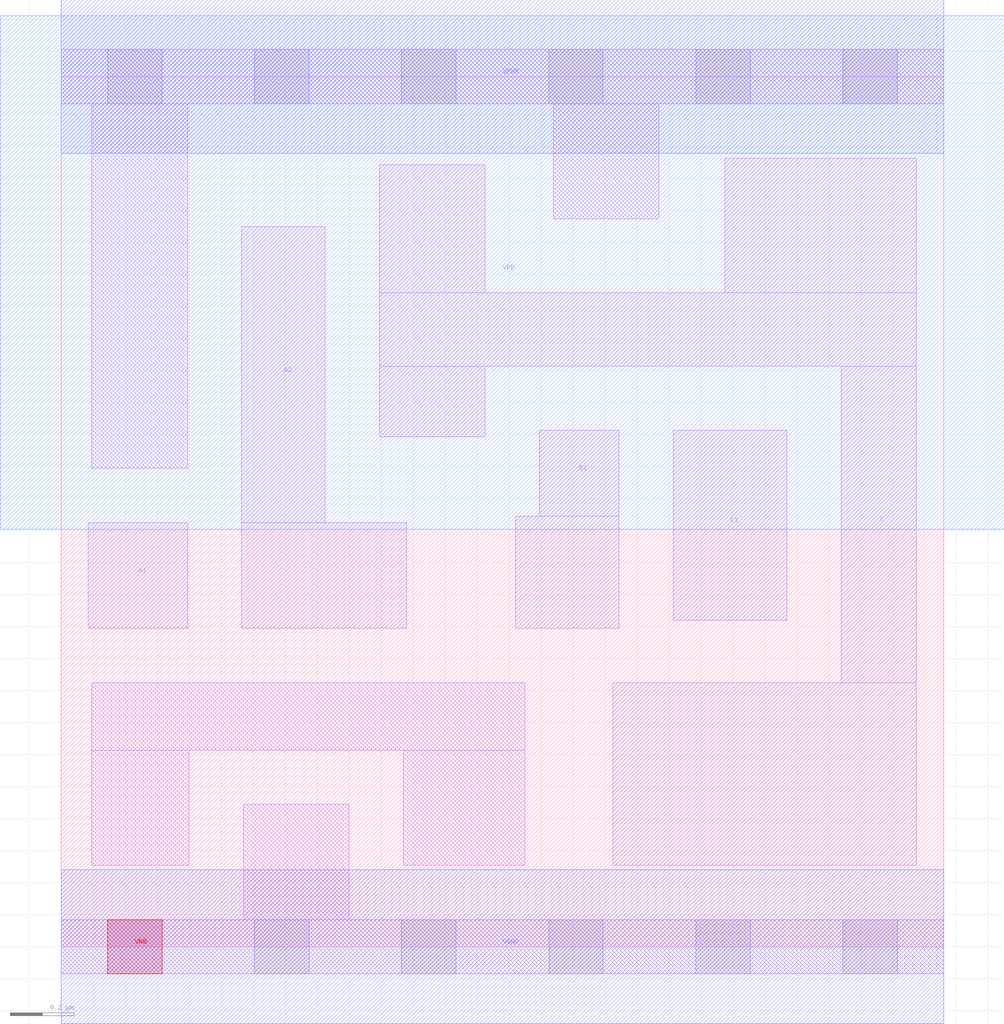
<source format=lef>
# Copyright 2020 The SkyWater PDK Authors
#
# Licensed under the Apache License, Version 2.0 (the "License");
# you may not use this file except in compliance with the License.
# You may obtain a copy of the License at
#
#     https://www.apache.org/licenses/LICENSE-2.0
#
# Unless required by applicable law or agreed to in writing, software
# distributed under the License is distributed on an "AS IS" BASIS,
# WITHOUT WARRANTIES OR CONDITIONS OF ANY KIND, either express or implied.
# See the License for the specific language governing permissions and
# limitations under the License.
#
# SPDX-License-Identifier: Apache-2.0

VERSION 5.7 ;
  NOWIREEXTENSIONATPIN ON ;
  DIVIDERCHAR "/" ;
  BUSBITCHARS "[]" ;
PROPERTYDEFINITIONS
  MACRO maskLayoutSubType STRING ;
  MACRO prCellType STRING ;
  MACRO originalViewName STRING ;
END PROPERTYDEFINITIONS
MACRO sky130_fd_sc_hdll__o211ai_1
  CLASS CORE ;
  FOREIGN sky130_fd_sc_hdll__o211ai_1 ;
  ORIGIN  0.000000  0.000000 ;
  SIZE  2.760000 BY  2.720000 ;
  SYMMETRY X Y R90 ;
  SITE unithd ;
  PIN A1
    ANTENNAGATEAREA  0.277500 ;
    DIRECTION INPUT ;
    USE SIGNAL ;
    PORT
      LAYER li1 ;
        RECT 0.085000 0.995000 0.395000 1.325000 ;
    END
  END A1
  PIN A2
    ANTENNAGATEAREA  0.277500 ;
    DIRECTION INPUT ;
    USE SIGNAL ;
    PORT
      LAYER li1 ;
        RECT 0.565000 0.995000 1.080000 1.325000 ;
        RECT 0.565000 1.325000 0.825000 2.250000 ;
    END
  END A2
  PIN B1
    ANTENNAGATEAREA  0.277500 ;
    DIRECTION INPUT ;
    USE SIGNAL ;
    PORT
      LAYER li1 ;
        RECT 1.420000 0.995000 1.745000 1.345000 ;
        RECT 1.495000 1.345000 1.745000 1.615000 ;
    END
  END B1
  PIN C1
    ANTENNAGATEAREA  0.277500 ;
    DIRECTION INPUT ;
    USE SIGNAL ;
    PORT
      LAYER li1 ;
        RECT 1.915000 1.020000 2.270000 1.615000 ;
    END
  END C1
  PIN VGND
    ANTENNADIFFAREA  0.214500 ;
    DIRECTION INOUT ;
    USE SIGNAL ;
    PORT
      LAYER met1 ;
        RECT 0.000000 -0.240000 2.760000 0.240000 ;
    END
  END VGND
  PIN VNB
    PORT
      LAYER pwell ;
        RECT 0.145000 -0.085000 0.315000 0.085000 ;
    END
  END VNB
  PIN VPB
    PORT
      LAYER nwell ;
        RECT -0.190000 1.305000 2.950000 2.910000 ;
    END
  END VPB
  PIN VPWR
    ANTENNADIFFAREA  0.620000 ;
    DIRECTION INOUT ;
    USE SIGNAL ;
    PORT
      LAYER met1 ;
        RECT 0.000000 2.480000 2.760000 2.960000 ;
    END
  END VPWR
  PIN Y
    ANTENNADIFFAREA  1.297000 ;
    DIRECTION OUTPUT ;
    USE SIGNAL ;
    PORT
      LAYER li1 ;
        RECT 0.995000 1.595000 1.325000 1.815000 ;
        RECT 0.995000 1.815000 2.675000 2.045000 ;
        RECT 0.995000 2.045000 1.325000 2.445000 ;
        RECT 1.725000 0.255000 2.675000 0.825000 ;
        RECT 2.075000 2.045000 2.675000 2.465000 ;
        RECT 2.440000 0.825000 2.675000 1.815000 ;
    END
  END Y
  OBS
    LAYER li1 ;
      RECT 0.000000 -0.085000 2.760000 0.085000 ;
      RECT 0.000000  2.635000 2.760000 2.805000 ;
      RECT 0.095000  0.255000 0.400000 0.615000 ;
      RECT 0.095000  0.615000 1.450000 0.825000 ;
      RECT 0.095000  1.495000 0.395000 2.635000 ;
      RECT 0.570000  0.085000 0.900000 0.445000 ;
      RECT 1.070000  0.255000 1.450000 0.615000 ;
      RECT 1.540000  2.275000 1.870000 2.635000 ;
    LAYER mcon ;
      RECT 0.145000 -0.085000 0.315000 0.085000 ;
      RECT 0.145000  2.635000 0.315000 2.805000 ;
      RECT 0.605000 -0.085000 0.775000 0.085000 ;
      RECT 0.605000  2.635000 0.775000 2.805000 ;
      RECT 1.065000 -0.085000 1.235000 0.085000 ;
      RECT 1.065000  2.635000 1.235000 2.805000 ;
      RECT 1.525000 -0.085000 1.695000 0.085000 ;
      RECT 1.525000  2.635000 1.695000 2.805000 ;
      RECT 1.985000 -0.085000 2.155000 0.085000 ;
      RECT 1.985000  2.635000 2.155000 2.805000 ;
      RECT 2.445000 -0.085000 2.615000 0.085000 ;
      RECT 2.445000  2.635000 2.615000 2.805000 ;
  END
  PROPERTY maskLayoutSubType "abstract" ;
  PROPERTY prCellType "standard" ;
  PROPERTY originalViewName "layout" ;
END sky130_fd_sc_hdll__o211ai_1
END LIBRARY

</source>
